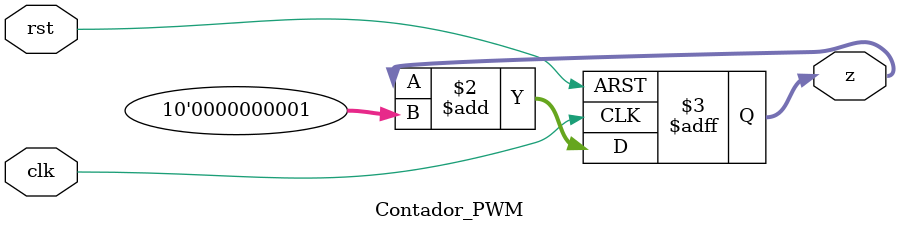
<source format=v>
`timescale 1ns / 1ps

module Contador_PWM(      // en este bloque se implemento un contador el cual ira a una frecuencia delimitada proveniente del mux de frecuencias   
    input clk,				 //la cual va hacia el comparador donde se realiza la verdadera modulacion del pulso
	 input rst,
    output reg [9:0] z  //se definen las entradas y la salida de 10 bits del contador
    );

   always @(posedge clk or posedge rst)  //se realiza su funcion en el flanco positivo del clk o rst
      if (rst)							//si el rst esta activo se pasa la cuenta a 0
         z <= 0;
      else
			z <= z + 10'b1;			//se aumenta la cuenta en una unidad
			

endmodule

</source>
